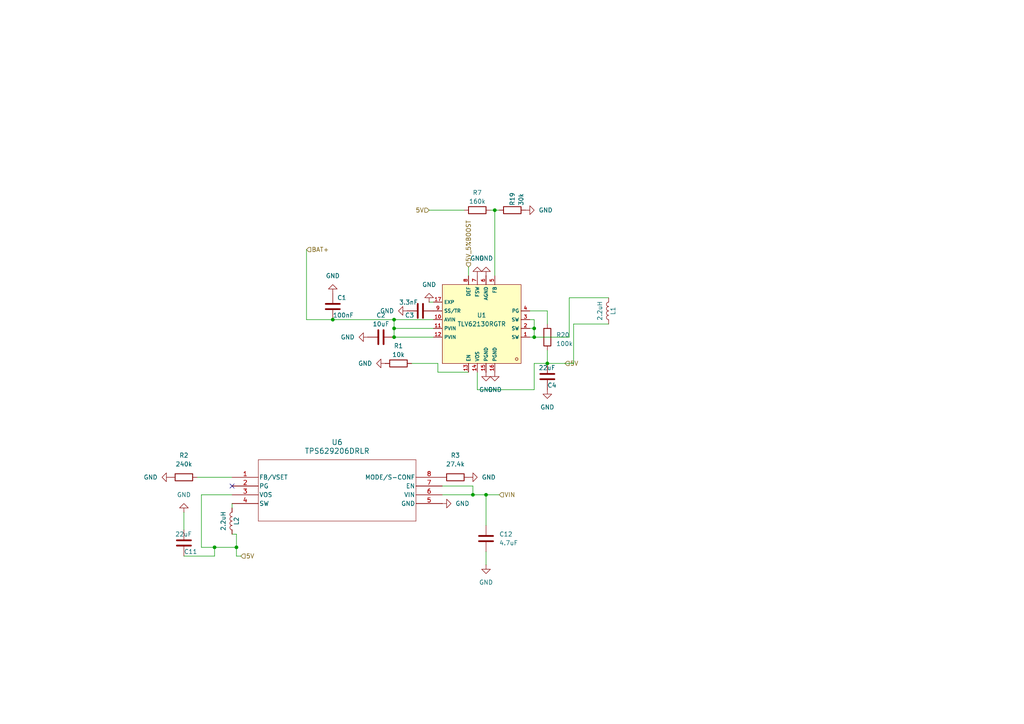
<source format=kicad_sch>
(kicad_sch (version 20231120) (generator "eeschema") (generator_version "8.0")
  (paper "A4")
  (lib_symbols
    (symbol "2024-10-27_20-41-39:TPS629206DRLR" (pin_names (offset 0.254))
      (property "Reference" "U" (at 30.48 10.16 0))
      (property "Value" "TPS629206DRLR" (at 30.48 7.62 0))
      (symbol "TPS629206DRLR_0_1"
        (polyline (pts (xy 7.62 -12.7) (xy 53.34 -12.7)) (stroke (width 0.127)))
        (polyline (pts (xy 7.62 5.08) (xy 7.62 -12.7)) (stroke (width 0.127)))
        (polyline (pts (xy 53.34 -12.7) (xy 53.34 5.08)) (stroke (width 0.127)))
        (polyline (pts (xy 53.34 5.08) (xy 7.62 5.08)) (stroke (width 0.127)))
        (pin input line (at 0 0 0) (length 7.62) (name "FB/VSET") (number "1"))
        (pin output line (at 0 -2.54 0) (length 7.62) (name "PG") (number "2"))
        (pin input line (at 0 -5.08 0) (length 7.62) (name "VOS") (number "3"))
        (pin unspecified line (at 0 -7.62 0) (length 7.62) (name "SW") (number "4"))
        (pin power_out line (at 60.96 -7.62 180) (length 7.62) (name "GND") (number "5"))
        (pin input line (at 60.96 -5.08 180) (length 7.62) (name "VIN") (number "6"))
        (pin input line (at 60.96 -2.54 180) (length 7.62) (name "EN") (number "7"))
        (pin input line (at 60.96 0 180) (length 7.62) (name "MODE/S-CONF") (number "8"))
      )
    )
    (symbol "Device:C" (pin_numbers hide) (pin_names (offset 0.254))
      (property "Reference" "C" (at 0.635 2.54 0))
      (property "Value" "C" (at 0.635 -2.54 0))
      (symbol "C_0_1"
        (polyline (pts (xy -2.032 -0.762) (xy 2.032 -0.762)) (stroke (width 0.508)))
        (polyline (pts (xy -2.032 0.762) (xy 2.032 0.762)) (stroke (width 0.508)))
      )
      (symbol "C_1_1"
        (pin passive line (at 0 3.81 270) (length 2.794) (name "~") (number "1"))
        (pin passive line (at 0 -3.81 90) (length 2.794) (name "~") (number "2"))
      )
    )
    (symbol "Device:L" (pin_numbers hide) (pin_names (offset 1.016) hide)
      (property "Reference" "L" (at -1.27 0 90))
      (property "Value" "L" (at 1.905 0 90))
      (symbol "L_0_1"
        (arc (start 0 -2.54) (mid 0.6323 -1.905) (end 0 -1.27))
        (arc (start 0 -1.27) (mid 0.6323 -0.635) (end 0 0))
        (arc (start 0 0) (mid 0.6323 0.635) (end 0 1.27))
        (arc (start 0 1.27) (mid 0.6323 1.905) (end 0 2.54))
      )
      (symbol "L_1_1"
        (pin passive line (at 0 3.81 270) (length 1.27) (name "1") (number "1"))
        (pin passive line (at 0 -3.81 90) (length 1.27) (name "2") (number "2"))
      )
    )
    (symbol "Device:R" (pin_numbers hide) (pin_names (offset 0))
      (property "Reference" "R" (at 2.032 0 90))
      (property "Value" "R" (at 0 0 90))
      (symbol "R_0_1"
        (rectangle (start -1.016 -2.54) (end 1.016 2.54) (stroke (width 0.254)))
      )
      (symbol "R_1_1"
        (pin passive line (at 0 3.81 270) (length 1.27) (name "~") (number "1"))
        (pin passive line (at 0 -3.81 90) (length 1.27) (name "~") (number "2"))
      )
    )
    (symbol "GND_1" (power) (pin_numbers hide) (pin_names (offset 0) hide)
      (property "Value" "GND" (at 0 -3.81 0))
      (symbol "GND_1_0_1"
        (polyline (pts (xy 0 0) (xy 0 -1.27) (xy 1.27 -1.27) (xy 0 -2.54) (xy -1.27 -1.27) (xy 0 -1.27)))
      )
      (symbol "GND_1_1_1"
        (pin power_in line (at 0 0 270) (length 0) (name "~") (number "1"))
      )
    )
    (symbol "polaris-sym:TLV62130RGTR"
      (property "Reference" "U" (at 0 1.27 0))
      (property "Value" "TLV62130RGTR" (at 0 -2.54 0))
      (symbol "TLV62130RGTR_0_1"
        (rectangle (start -11.43 11.43) (end 11.43 -11.43) (fill (type background)))
        (circle (center -10.16 10.16) (radius 0.381) (fill (type background)))
        (pin unspecified line (at -13.97 3.81 0) (length 2.54) (name "SW") (number "1"))
        (pin unspecified line (at 13.97 -1.27 180) (length 2.54) (name "AVIN") (number "10"))
        (pin unspecified line (at 13.97 1.27 180) (length 2.54) (name "PVIN") (number "11"))
        (pin unspecified line (at 13.97 3.81 180) (length 2.54) (name "PVIN") (number "12"))
        (pin unspecified line (at 3.81 13.97 270) (length 2.54) (name "EN") (number "13"))
        (pin unspecified line (at 1.27 13.97 270) (length 2.54) (name "VOS") (number "14"))
        (pin unspecified line (at -1.27 13.97 270) (length 2.54) (name "PGND") (number "15"))
        (pin unspecified line (at -3.81 13.97 270) (length 2.54) (name "PGND") (number "16"))
        (pin unspecified line (at 13.97 -6.35 180) (length 2.54) (name "EXP") (number "17"))
        (pin unspecified line (at -13.97 1.27 0) (length 2.54) (name "SW") (number "2"))
        (pin unspecified line (at -13.97 -1.27 0) (length 2.54) (name "SW") (number "3"))
        (pin unspecified line (at -13.97 -3.81 0) (length 2.54) (name "PG") (number "4"))
        (pin unspecified line (at -3.81 -13.97 90) (length 2.54) (name "FB") (number "5"))
        (pin unspecified line (at -1.27 -13.97 90) (length 2.54) (name "AGND") (number "6"))
        (pin unspecified line (at 1.27 -13.97 90) (length 2.54) (name "FSW") (number "7"))
        (pin unspecified line (at 3.81 -13.97 90) (length 2.54) (name "DEF") (number "8"))
        (pin unspecified line (at 13.97 -3.81 180) (length 2.54) (name "SS/TR") (number "9"))
      )
    )
  )
  (junction (at 143.51 60.96))
  (junction (at 158.75 105.41))
  (junction (at 62.23 158.75))
  (junction (at 96.52 92.71))
  (junction (at 114.3 95.25))
  (junction (at 114.3 92.71))
  (junction (at 140.97 143.51))
  (junction (at 137.16 143.51))
  (junction (at 68.58 158.75))
  (junction (at 154.94 97.79))
  (junction (at 114.3 97.79))
  (junction (at 154.94 95.25))
  (no_connect (at 67.31 140.97))
  (wire (pts (xy 58.42 143.51) (xy 67.31 143.51)))
  (wire (pts (xy 158.75 105.41) (xy 166.37 105.41)))
  (wire (pts (xy 58.42 158.75) (xy 62.23 158.75)))
  (wire (pts (xy 128.27 140.97) (xy 137.16 140.97)))
  (wire (pts (xy 114.3 97.79) (xy 125.73 97.79)))
  (wire (pts (xy 53.34 148.59) (xy 53.34 153.67)))
  (wire (pts (xy 68.58 154.94) (xy 68.58 158.75)))
  (wire (pts (xy 158.75 90.17) (xy 153.67 90.17)))
  (wire (pts (xy 62.23 158.75) (xy 62.23 161.29)))
  (wire (pts (xy 154.94 97.79) (xy 154.94 95.25)))
  (wire (pts (xy 158.75 105.41) (xy 154.94 105.41)))
  (wire (pts (xy 67.31 146.05) (xy 67.31 147.32)))
  (wire (pts (xy 53.34 161.29) (xy 62.23 161.29)))
  (wire (pts (xy 124.46 60.96) (xy 134.62 60.96)))
  (wire (pts (xy 88.9 72.39) (xy 88.9 92.71)))
  (wire (pts (xy 96.52 92.71) (xy 114.3 92.71)))
  (wire (pts (xy 114.3 92.71) (xy 125.73 92.71)))
  (wire (pts (xy 88.9 92.71) (xy 96.52 92.71)))
  (wire (pts (xy 57.15 138.43) (xy 67.31 138.43)))
  (wire (pts (xy 58.42 143.51) (xy 58.42 158.75)))
  (wire (pts (xy 138.43 113.03) (xy 154.94 113.03)))
  (wire (pts (xy 68.58 158.75) (xy 68.58 161.29)))
  (wire (pts (xy 158.75 93.98) (xy 158.75 90.17)))
  (wire (pts (xy 166.37 93.98) (xy 166.37 105.41)))
  (wire (pts (xy 68.58 161.29) (xy 69.85 161.29)))
  (wire (pts (xy 127 105.41) (xy 127 107.95)))
  (wire (pts (xy 138.43 107.95) (xy 138.43 113.03)))
  (wire (pts (xy 135.89 77.47) (xy 135.89 80.01)))
  (wire (pts (xy 143.51 60.96) (xy 143.51 80.01)))
  (wire (pts (xy 124.46 87.63) (xy 125.73 87.63)))
  (wire (pts (xy 142.24 60.96) (xy 143.51 60.96)))
  (wire (pts (xy 154.94 92.71) (xy 153.67 92.71)))
  (wire (pts (xy 154.94 105.41) (xy 154.94 113.03)))
  (wire (pts (xy 140.97 160.02) (xy 140.97 163.83)))
  (wire (pts (xy 62.23 158.75) (xy 68.58 158.75)))
  (wire (pts (xy 140.97 143.51) (xy 140.97 152.4)))
  (wire (pts (xy 114.3 95.25) (xy 125.73 95.25)))
  (wire (pts (xy 143.51 60.96) (xy 144.78 60.96)))
  (wire (pts (xy 153.67 97.79) (xy 154.94 97.79)))
  (wire (pts (xy 153.67 95.25) (xy 154.94 95.25)))
  (wire (pts (xy 114.3 97.79) (xy 114.3 95.25)))
  (wire (pts (xy 176.53 93.98) (xy 166.37 93.98)))
  (wire (pts (xy 137.16 140.97) (xy 137.16 143.51)))
  (wire (pts (xy 176.53 86.36) (xy 165.1 86.36)))
  (wire (pts (xy 165.1 97.79) (xy 154.94 97.79)))
  (wire (pts (xy 165.1 86.36) (xy 165.1 97.79)))
  (wire (pts (xy 67.31 154.94) (xy 68.58 154.94)))
  (wire (pts (xy 140.97 143.51) (xy 144.78 143.51)))
  (wire (pts (xy 114.3 92.71) (xy 114.3 95.25)))
  (wire (pts (xy 119.38 105.41) (xy 127 105.41)))
  (wire (pts (xy 154.94 95.25) (xy 154.94 92.71)))
  (wire (pts (xy 128.27 143.51) (xy 137.16 143.51)))
  (wire (pts (xy 137.16 143.51) (xy 140.97 143.51)))
  (wire (pts (xy 127 107.95) (xy 135.89 107.95)))
  (wire (pts (xy 158.75 101.6) (xy 158.75 105.41)))
  (hierarchical_label "VIN" (shape input) (at 144.78 143.51 0))
  (hierarchical_label "5V" (shape input) (at 163.83 105.41 0))
  (hierarchical_label "BAT+" (shape input) (at 88.9 72.39 0))
  (hierarchical_label "5V" (shape input) (at 124.46 60.96 180))
  (hierarchical_label "5V_5%BOOST" (shape input) (at 135.89 77.47 90))
  (hierarchical_label "5V" (shape input) (at 69.85 161.29 0))
  (symbol (lib_name "GND_1") (lib_id "power:GND") (at 111.76 105.41 270) (unit 1)
    (property "Reference" "#PWR012" (effects (hide yes)))
    (property "Value" "GND" (at 107.95 105.4099 90) (effects (justify right)))
    (property "Description" "Power symbol creates a global label with name \"GND\" , ground" (effects (hide yes)))
  )
  (symbol (lib_id "Device:R") (at 53.34 138.43 90) (unit 1)
    (property "Reference" "R2" (at 53.34 132.08 90))
    (property "Value" "240k" (at 53.34 134.62 90))
    (property "Footprint" "Resistor_SMD:R_0603_1608Metric" (effects (hide yes)))
  )
  (symbol (lib_id "2024-10-27_20-41-39:TPS629206DRLR") (at 67.31 138.43 0) (unit 1)
    (property "Reference" "U6" (at 97.79 128.27 0) (effects (font (size 1.524 1.524))))
    (property "Value" "TPS629206DRLR" (at 97.79 130.81 0) (effects (font (size 1.524 1.524))))
    (property "Footprint" "footprints:SOT5X3-8_DRL_TEX" (effects (hide yes)))
    (property "Datasheet" "TPS629206DRLR" (effects (hide yes)))
  )
  (symbol (lib_name "GND_1") (lib_id "power:GND") (at 128.27 146.05 90) (unit 1)
    (property "Reference" "#PWR021" (effects (hide yes)))
    (property "Value" "GND" (at 132.08 146.0499 90) (effects (justify right)))
    (property "Description" "Power symbol creates a global label with name \"GND\" , ground" (effects (hide yes)))
  )
  (symbol (lib_name "GND_1") (lib_id "power:GND") (at 135.89 138.43 90) (unit 1)
    (property "Reference" "#PWR041" (effects (hide yes)))
    (property "Value" "GND" (at 139.7 138.4299 90) (effects (justify right)))
    (property "Description" "Power symbol creates a global label with name \"GND\" , ground" (effects (hide yes)))
  )
  (symbol (lib_name "GND_1") (lib_id "power:GND") (at 143.51 107.95 0) (unit 1)
    (property "Reference" "#PWR018" (effects (hide yes)))
    (property "Value" "GND" (at 143.51 113.03 0))
    (property "Description" "Power symbol creates a global label with name \"GND\" , ground" (effects (hide yes)))
  )
  (symbol (lib_id "Device:R") (at 138.43 60.96 90) (unit 1)
    (property "Reference" "R7" (at 138.43 55.88 90))
    (property "Value" "160k" (at 138.43 58.42 90))
    (property "Footprint" "Resistor_SMD:R_0603_1608Metric" (effects (hide yes)))
  )
  (symbol (lib_id "Device:R") (at 148.59 60.96 90) (unit 1)
    (property "Reference" "R19" (at 148.59 59.69 0) (effects (justify left)))
    (property "Value" "30k" (at 151.13 59.69 0) (effects (justify left)))
    (property "Footprint" "Resistor_SMD:R_0603_1608Metric" (effects (hide yes)))
  )
  (symbol (lib_name "GND_1") (lib_id "power:GND") (at 118.11 90.17 270) (unit 1)
    (property "Reference" "#PWR013" (effects (hide yes)))
    (property "Value" "GND" (at 114.3 90.1699 90) (effects (justify right)))
    (property "Description" "Power symbol creates a global label with name \"GND\" , ground" (effects (hide yes)))
  )
  (symbol (lib_name "GND_1") (lib_id "power:GND") (at 53.34 148.59 180) (unit 1)
    (property "Reference" "#PWR023" (effects (hide yes)))
    (property "Value" "GND" (at 53.34 143.51 0))
    (property "Description" "Power symbol creates a global label with name \"GND\" , ground" (effects (hide yes)))
  )
  (symbol (lib_id "Device:L") (at 176.53 90.17 180) (unit 1)
    (property "Reference" "L1" (at 177.8 90.17 90))
    (property "Value" "2.2uH" (at 173.99 90.17 90))
    (property "Footprint" "polaris-fp:IND-SMD_L4.0-W4.0" (effects (hide yes)))
  )
  (symbol (lib_name "GND_1") (lib_id "power:GND") (at 96.52 85.09 180) (unit 1)
    (property "Reference" "#PWR04" (effects (hide yes)))
    (property "Value" "GND" (at 96.52 80.01 0))
    (property "Description" "Power symbol creates a global label with name \"GND\" , ground" (effects (hide yes)))
  )
  (symbol (lib_id "Device:R") (at 132.08 138.43 90) (unit 1)
    (property "Reference" "R3" (at 132.08 132.08 90))
    (property "Value" "27.4k" (at 132.08 134.62 90))
    (property "Footprint" "Resistor_SMD:R_0603_1608Metric" (effects (hide yes)))
  )
  (symbol (lib_id "Device:C") (at 53.34 157.48 0) (unit 1)
    (property "Reference" "C11" (at 53.34 160.02 0) (effects (justify left)))
    (property "Value" "22uF" (at 50.8 154.94 0) (effects (justify left)))
    (property "Footprint" "Capacitor_SMD:C_0603_1608Metric" (effects (hide yes)))
  )
  (symbol (lib_id "Device:C") (at 158.75 109.22 0) (unit 1)
    (property "Reference" "C4" (at 158.75 111.76 0) (effects (justify left)))
    (property "Value" "22uF" (at 156.21 106.68 0) (effects (justify left)))
    (property "Footprint" "Capacitor_SMD:C_0603_1608Metric" (effects (hide yes)))
  )
  (symbol (lib_name "GND_1") (lib_id "power:GND") (at 140.97 80.01 180) (unit 1)
    (property "Reference" "#PWR016" (effects (hide yes)))
    (property "Value" "GND" (at 140.97 74.93 0))
    (property "Description" "Power symbol creates a global label with name \"GND\" , ground" (effects (hide yes)))
  )
  (symbol (lib_id "Device:R") (at 115.57 105.41 90) (unit 1)
    (property "Reference" "R1" (at 115.57 100.33 90))
    (property "Value" "10k" (at 115.57 102.87 90))
    (property "Footprint" "Resistor_SMD:R_0603_1608Metric" (effects (hide yes)))
  )
  (symbol (lib_id "Device:L") (at 67.31 151.13 180) (unit 1)
    (property "Reference" "L2" (at 68.58 151.13 90))
    (property "Value" "2.2uH" (at 64.77 151.13 90))
    (property "Footprint" "polaris-fp:IND-SMD_L4.0-W4.0" (effects (hide yes)))
  )
  (symbol (lib_name "GND_1") (lib_id "power:GND") (at 106.68 97.79 270) (unit 1)
    (property "Reference" "#PWR011" (effects (hide yes)))
    (property "Value" "GND" (at 102.87 97.7899 90) (effects (justify right)))
    (property "Description" "Power symbol creates a global label with name \"GND\" , ground" (effects (hide yes)))
  )
  (symbol (lib_id "Device:R") (at 158.75 97.79 0) (unit 1)
    (property "Reference" "R20" (at 161.29 97.155 0) (effects (justify left)))
    (property "Value" "100k" (at 161.29 99.695 0) (effects (justify left)))
    (property "Footprint" "Resistor_SMD:R_0603_1608Metric" (effects (hide yes)))
  )
  (symbol (lib_name "GND_1") (lib_id "power:GND") (at 124.46 87.63 180) (unit 1)
    (property "Reference" "#PWR014" (effects (hide yes)))
    (property "Value" "GND" (at 124.46 82.55 0))
    (property "Description" "Power symbol creates a global label with name \"GND\" , ground" (effects (hide yes)))
  )
  (symbol (lib_id "Device:C") (at 110.49 97.79 270) (unit 1)
    (property "Reference" "C2" (at 110.49 91.44 90))
    (property "Value" "10uF" (at 110.49 93.98 90))
    (property "Footprint" "Capacitor_SMD:C_0805_2012Metric" (effects (hide yes)))
  )
  (symbol (lib_id "Device:C") (at 140.97 156.21 0) (unit 1)
    (property "Reference" "C12" (at 144.78 154.9399 0) (effects (justify left)))
    (property "Value" "4.7uF" (at 144.78 157.4799 0) (effects (justify left)))
    (property "Footprint" "Capacitor_SMD:C_0805_2012Metric" (effects (hide yes)))
  )
  (symbol (lib_name "GND_1") (lib_id "power:GND") (at 49.53 138.43 270) (unit 1)
    (property "Reference" "#PWR024" (effects (hide yes)))
    (property "Value" "GND" (at 45.72 138.4299 90) (effects (justify right)))
    (property "Description" "Power symbol creates a global label with name \"GND\" , ground" (effects (hide yes)))
  )
  (symbol (lib_id "Device:C") (at 121.92 90.17 90) (unit 1)
    (property "Reference" "C3" (at 118.7918 91.4448 90))
    (property "Value" "3.3nF" (at 118.4731 87.684 90))
    (property "Footprint" "Capacitor_SMD:C_0402_1005Metric" (effects (hide yes)))
  )
  (symbol (lib_name "GND_1") (lib_id "power:GND") (at 140.97 163.83 0) (unit 1)
    (property "Reference" "#PWR022" (effects (hide yes)))
    (property "Value" "GND" (at 140.97 168.91 0))
    (property "Description" "Power symbol creates a global label with name \"GND\" , ground" (effects (hide yes)))
  )
  (symbol (lib_name "GND_1") (lib_id "power:GND") (at 152.4 60.96 90) (unit 1)
    (property "Reference" "#PWR019" (effects (hide yes)))
    (property "Value" "GND" (at 156.21 60.9599 90) (effects (justify right)))
    (property "Description" "Power symbol creates a global label with name \"GND\" , ground" (effects (hide yes)))
  )
  (symbol (lib_id "Device:C") (at 96.52 88.9 0) (unit 1)
    (property "Reference" "C1" (at 97.79 86.36 0) (effects (justify left)))
    (property "Value" "100nF" (at 96.52 91.44 0) (effects (justify left)))
    (property "Footprint" "Capacitor_SMD:C_0402_1005Metric" (effects (hide yes)))
  )
  (symbol (lib_name "GND_1") (lib_id "power:GND") (at 158.75 113.03 0) (unit 1)
    (property "Reference" "#PWR020" (effects (hide yes)))
    (property "Value" "GND" (at 158.75 118.11 0))
    (property "Description" "Power symbol creates a global label with name \"GND\" , ground" (effects (hide yes)))
  )
  (symbol (lib_id "polaris-sym:TLV62130RGTR") (at 139.7 93.98 180) (unit 1)
    (property "Reference" "U1" (at 139.7 91.44 0))
    (property "Value" "TLV62130RGTR" (at 139.7 93.98 0))
    (property "Footprint" "polaris-fp:QFN-16_L3.0-W3.0-P0.50-TL-EP" (effects (hide yes)))
    (property "Datasheet" "https://item.szlcsc.com/58158.html" (effects (hide yes)))
    (property "LCSC" "C122479" (effects (hide yes)))
  )
  (symbol (lib_name "GND_1") (lib_id "power:GND") (at 138.43 80.01 180) (unit 1)
    (property "Reference" "#PWR015" (effects (hide yes)))
    (property "Value" "GND" (at 138.43 74.93 0))
    (property "Description" "Power symbol creates a global label with name \"GND\" , ground" (effects (hide yes)))
  )
  (symbol (lib_name "GND_1") (lib_id "power:GND") (at 140.97 107.95 0) (unit 1)
    (property "Reference" "#PWR017" (effects (hide yes)))
    (property "Value" "GND" (at 140.97 113.03 0))
    (property "Description" "Power symbol creates a global label with name \"GND\" , ground" (effects (hide yes)))
  )
)
</source>
